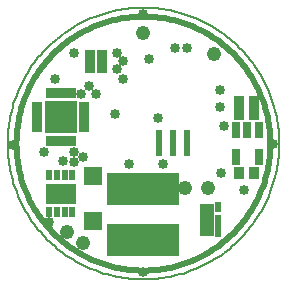
<source format=gbs>
G04 EAGLE Gerber RS-274X export*
G75*
%MOMM*%
%FSLAX35Y35*%
%LPD*%
%INsolder_mask_bottom*%
%IPPOS*%
%AMOC8*
5,1,8,0,0,1.08239X$1,22.5*%
G01*
%ADD10C,0.500000*%
%ADD11C,0.127000*%
%ADD12R,0.903200X1.103200*%
%ADD13R,1.603200X1.603200*%
%ADD14R,0.603200X2.203200*%
%ADD15R,2.703200X2.703200*%
%ADD16R,0.503200X0.953200*%
%ADD17R,0.953200X0.503200*%
%ADD18R,2.603200X1.703200*%
%ADD19R,0.553200X0.853200*%
%ADD20R,6.203200X2.703200*%
%ADD21C,1.219200*%
%ADD22R,0.803200X1.403200*%
%ADD23R,1.153200X2.703200*%
%ADD24R,0.503200X1.973200*%
%ADD25R,0.503200X0.853200*%
%ADD26R,0.853200X0.503200*%
%ADD27C,0.853200*%


D10*
X0Y-1075000D02*
X26177Y-1074681D01*
X52339Y-1073725D01*
X78470Y-1072132D01*
X104554Y-1069903D01*
X130576Y-1067040D01*
X156521Y-1063544D01*
X182373Y-1059417D01*
X208117Y-1054662D01*
X233737Y-1049282D01*
X259219Y-1043279D01*
X284547Y-1036657D01*
X309707Y-1029421D01*
X334682Y-1021574D01*
X359459Y-1013121D01*
X384023Y-1004067D01*
X408359Y-994418D01*
X432453Y-984179D01*
X456291Y-973357D01*
X479858Y-961957D01*
X503140Y-949987D01*
X526124Y-937453D01*
X548796Y-924363D01*
X571143Y-910726D01*
X593150Y-896548D01*
X614806Y-881838D01*
X636098Y-866605D01*
X657012Y-850859D01*
X677536Y-834608D01*
X697659Y-817861D01*
X717368Y-800630D01*
X736651Y-782924D01*
X755498Y-764754D01*
X773896Y-746130D01*
X791836Y-727063D01*
X809306Y-707566D01*
X826296Y-687648D01*
X842796Y-667323D01*
X858796Y-646603D01*
X874286Y-625498D01*
X889259Y-604023D01*
X903704Y-582190D01*
X917613Y-560011D01*
X930977Y-537500D01*
X943790Y-514670D01*
X956043Y-491535D01*
X967729Y-468109D01*
X978841Y-444405D01*
X989372Y-420438D01*
X999317Y-396221D01*
X1008669Y-371769D01*
X1017423Y-347096D01*
X1025573Y-322218D01*
X1033115Y-297149D01*
X1040045Y-271903D01*
X1046358Y-246497D01*
X1052050Y-220944D01*
X1057118Y-195260D01*
X1061559Y-169460D01*
X1065371Y-143559D01*
X1068551Y-117574D01*
X1071097Y-91519D01*
X1073008Y-65409D01*
X1074283Y-39261D01*
X1074920Y-13090D01*
X1074920Y13090D01*
X1074283Y39261D01*
X1073008Y65409D01*
X1071097Y91519D01*
X1068551Y117574D01*
X1065371Y143559D01*
X1061559Y169460D01*
X1057118Y195260D01*
X1052050Y220944D01*
X1046358Y246497D01*
X1040045Y271903D01*
X1033115Y297149D01*
X1025573Y322218D01*
X1017423Y347096D01*
X1008669Y371769D01*
X999317Y396221D01*
X989372Y420438D01*
X978841Y444405D01*
X967729Y468109D01*
X956043Y491535D01*
X943790Y514670D01*
X930977Y537500D01*
X917613Y560011D01*
X903704Y582190D01*
X889259Y604023D01*
X874286Y625498D01*
X858796Y646603D01*
X842796Y667323D01*
X826296Y687648D01*
X809306Y707566D01*
X791836Y727063D01*
X773896Y746130D01*
X755498Y764754D01*
X736651Y782924D01*
X717368Y800630D01*
X697659Y817861D01*
X677536Y834608D01*
X657012Y850859D01*
X636098Y866605D01*
X614806Y881838D01*
X593150Y896548D01*
X571143Y910726D01*
X548796Y924363D01*
X526124Y937453D01*
X503140Y949987D01*
X479858Y961957D01*
X456291Y973357D01*
X432453Y984179D01*
X408359Y994418D01*
X384023Y1004067D01*
X359459Y1013121D01*
X334682Y1021574D01*
X309707Y1029421D01*
X284547Y1036657D01*
X259219Y1043279D01*
X233737Y1049282D01*
X208117Y1054662D01*
X182373Y1059417D01*
X156521Y1063544D01*
X130576Y1067040D01*
X104554Y1069903D01*
X78470Y1072132D01*
X52339Y1073725D01*
X26177Y1074681D01*
X0Y1075000D01*
X-26177Y1074681D01*
X-52339Y1073725D01*
X-78470Y1072132D01*
X-104554Y1069903D01*
X-130576Y1067040D01*
X-156521Y1063544D01*
X-182373Y1059417D01*
X-208117Y1054662D01*
X-233737Y1049282D01*
X-259219Y1043279D01*
X-284547Y1036657D01*
X-309707Y1029421D01*
X-334682Y1021574D01*
X-359459Y1013121D01*
X-384023Y1004067D01*
X-408359Y994418D01*
X-432453Y984179D01*
X-456291Y973357D01*
X-479858Y961957D01*
X-503140Y949987D01*
X-526124Y937453D01*
X-548796Y924363D01*
X-571143Y910726D01*
X-593150Y896548D01*
X-614806Y881838D01*
X-636098Y866605D01*
X-657012Y850859D01*
X-677536Y834608D01*
X-697659Y817861D01*
X-717368Y800630D01*
X-736651Y782924D01*
X-755498Y764754D01*
X-773896Y746130D01*
X-791836Y727063D01*
X-809306Y707566D01*
X-826296Y687648D01*
X-842796Y667323D01*
X-858796Y646603D01*
X-874286Y625498D01*
X-889259Y604023D01*
X-903704Y582190D01*
X-917613Y560011D01*
X-930977Y537500D01*
X-943790Y514670D01*
X-956043Y491535D01*
X-967729Y468109D01*
X-978841Y444405D01*
X-989372Y420438D01*
X-999317Y396221D01*
X-1008669Y371769D01*
X-1017423Y347096D01*
X-1025573Y322218D01*
X-1033115Y297149D01*
X-1040045Y271903D01*
X-1046358Y246497D01*
X-1052050Y220944D01*
X-1057118Y195260D01*
X-1061559Y169460D01*
X-1065371Y143559D01*
X-1068551Y117574D01*
X-1071097Y91519D01*
X-1073008Y65409D01*
X-1074283Y39261D01*
X-1074920Y13090D01*
X-1074920Y-13090D01*
X-1074283Y-39261D01*
X-1073008Y-65409D01*
X-1071097Y-91519D01*
X-1068551Y-117574D01*
X-1065371Y-143559D01*
X-1061559Y-169460D01*
X-1057118Y-195260D01*
X-1052050Y-220944D01*
X-1046358Y-246497D01*
X-1040045Y-271903D01*
X-1033115Y-297149D01*
X-1025573Y-322218D01*
X-1017423Y-347096D01*
X-1008669Y-371769D01*
X-999317Y-396221D01*
X-989372Y-420438D01*
X-978841Y-444405D01*
X-967729Y-468109D01*
X-956043Y-491535D01*
X-943790Y-514670D01*
X-930977Y-537500D01*
X-917613Y-560011D01*
X-903704Y-582190D01*
X-889259Y-604023D01*
X-874286Y-625498D01*
X-858796Y-646603D01*
X-842796Y-667323D01*
X-826296Y-687648D01*
X-809306Y-707566D01*
X-791836Y-727063D01*
X-773896Y-746130D01*
X-755498Y-764754D01*
X-736651Y-782924D01*
X-717368Y-800630D01*
X-697659Y-817861D01*
X-677536Y-834608D01*
X-657012Y-850859D01*
X-636098Y-866605D01*
X-614806Y-881838D01*
X-593150Y-896548D01*
X-571143Y-910726D01*
X-548796Y-924363D01*
X-526124Y-937453D01*
X-503140Y-949987D01*
X-479858Y-961957D01*
X-456291Y-973357D01*
X-432453Y-984179D01*
X-408359Y-994418D01*
X-384023Y-1004067D01*
X-359459Y-1013121D01*
X-334682Y-1021574D01*
X-309707Y-1029421D01*
X-284547Y-1036657D01*
X-259219Y-1043279D01*
X-233737Y-1049282D01*
X-208117Y-1054662D01*
X-182373Y-1059417D01*
X-156521Y-1063544D01*
X-130576Y-1067040D01*
X-104554Y-1069903D01*
X-78470Y-1072132D01*
X-52339Y-1073725D01*
X-26177Y-1074681D01*
X0Y-1075000D01*
D11*
X-1150000Y0D02*
X-1149654Y28222D01*
X-1148615Y56428D01*
X-1146884Y84599D01*
X-1144462Y112720D01*
X-1141351Y140772D01*
X-1137553Y168740D01*
X-1133069Y196606D01*
X-1127903Y224354D01*
X-1122057Y251966D01*
X-1115536Y279427D01*
X-1108342Y306720D01*
X-1100481Y333827D01*
X-1091957Y360734D01*
X-1082776Y387423D01*
X-1072942Y413879D01*
X-1062461Y440086D01*
X-1051341Y466028D01*
X-1039588Y491688D01*
X-1027208Y517053D01*
X-1014209Y542106D01*
X-1000600Y566833D01*
X-986388Y591218D01*
X-971582Y615247D01*
X-956190Y638906D01*
X-940223Y662179D01*
X-923689Y685054D01*
X-906598Y707516D01*
X-888962Y729552D01*
X-870790Y751149D01*
X-852094Y772293D01*
X-832884Y792972D01*
X-813173Y813173D01*
X-792972Y832884D01*
X-772293Y852094D01*
X-751149Y870790D01*
X-729552Y888962D01*
X-707516Y906598D01*
X-685054Y923689D01*
X-662179Y940223D01*
X-638906Y956190D01*
X-615247Y971582D01*
X-591218Y986388D01*
X-566833Y1000600D01*
X-542106Y1014209D01*
X-517053Y1027208D01*
X-491688Y1039588D01*
X-466028Y1051341D01*
X-440086Y1062461D01*
X-413879Y1072942D01*
X-387423Y1082776D01*
X-360734Y1091957D01*
X-333827Y1100481D01*
X-306720Y1108342D01*
X-279427Y1115536D01*
X-251966Y1122057D01*
X-224354Y1127903D01*
X-196606Y1133069D01*
X-168740Y1137553D01*
X-140772Y1141351D01*
X-112720Y1144462D01*
X-84599Y1146884D01*
X-56428Y1148615D01*
X-28222Y1149654D01*
X0Y1150000D01*
X28222Y1149654D01*
X56428Y1148615D01*
X84599Y1146884D01*
X112720Y1144462D01*
X140772Y1141351D01*
X168740Y1137553D01*
X196606Y1133069D01*
X224354Y1127903D01*
X251966Y1122057D01*
X279427Y1115536D01*
X306720Y1108342D01*
X333827Y1100481D01*
X360734Y1091957D01*
X387423Y1082776D01*
X413879Y1072942D01*
X440086Y1062461D01*
X466028Y1051341D01*
X491688Y1039588D01*
X517053Y1027208D01*
X542106Y1014209D01*
X566833Y1000600D01*
X591218Y986388D01*
X615247Y971582D01*
X638906Y956190D01*
X662179Y940223D01*
X685054Y923689D01*
X707516Y906598D01*
X729552Y888962D01*
X751149Y870790D01*
X772293Y852094D01*
X792972Y832884D01*
X813173Y813173D01*
X832884Y792972D01*
X852094Y772293D01*
X870790Y751149D01*
X888962Y729552D01*
X906598Y707516D01*
X923689Y685054D01*
X940223Y662179D01*
X956190Y638906D01*
X971582Y615247D01*
X986388Y591218D01*
X1000600Y566833D01*
X1014209Y542106D01*
X1027208Y517053D01*
X1039588Y491688D01*
X1051341Y466028D01*
X1062461Y440086D01*
X1072942Y413879D01*
X1082776Y387423D01*
X1091957Y360734D01*
X1100481Y333827D01*
X1108342Y306720D01*
X1115536Y279427D01*
X1122057Y251966D01*
X1127903Y224354D01*
X1133069Y196606D01*
X1137553Y168740D01*
X1141351Y140772D01*
X1144462Y112720D01*
X1146884Y84599D01*
X1148615Y56428D01*
X1149654Y28222D01*
X1150000Y0D01*
X1149654Y-28222D01*
X1148615Y-56428D01*
X1146884Y-84599D01*
X1144462Y-112720D01*
X1141351Y-140772D01*
X1137553Y-168740D01*
X1133069Y-196606D01*
X1127903Y-224354D01*
X1122057Y-251966D01*
X1115536Y-279427D01*
X1108342Y-306720D01*
X1100481Y-333827D01*
X1091957Y-360734D01*
X1082776Y-387423D01*
X1072942Y-413879D01*
X1062461Y-440086D01*
X1051341Y-466028D01*
X1039588Y-491688D01*
X1027208Y-517053D01*
X1014209Y-542106D01*
X1000600Y-566833D01*
X986388Y-591218D01*
X971582Y-615247D01*
X956190Y-638906D01*
X940223Y-662179D01*
X923689Y-685054D01*
X906598Y-707516D01*
X888962Y-729552D01*
X870790Y-751149D01*
X852094Y-772293D01*
X832884Y-792972D01*
X813173Y-813173D01*
X792972Y-832884D01*
X772293Y-852094D01*
X751149Y-870790D01*
X729552Y-888962D01*
X707516Y-906598D01*
X685054Y-923689D01*
X662179Y-940223D01*
X638906Y-956190D01*
X615247Y-971582D01*
X591218Y-986388D01*
X566833Y-1000600D01*
X542106Y-1014209D01*
X517053Y-1027208D01*
X491688Y-1039588D01*
X466028Y-1051341D01*
X440086Y-1062461D01*
X413879Y-1072942D01*
X387423Y-1082776D01*
X360734Y-1091957D01*
X333827Y-1100481D01*
X306720Y-1108342D01*
X279427Y-1115536D01*
X251966Y-1122057D01*
X224354Y-1127903D01*
X196606Y-1133069D01*
X168740Y-1137553D01*
X140772Y-1141351D01*
X112720Y-1144462D01*
X84599Y-1146884D01*
X56428Y-1148615D01*
X28222Y-1149654D01*
X0Y-1150000D01*
X-28222Y-1149654D01*
X-56428Y-1148615D01*
X-84599Y-1146884D01*
X-112720Y-1144462D01*
X-140772Y-1141351D01*
X-168740Y-1137553D01*
X-196606Y-1133069D01*
X-224354Y-1127903D01*
X-251966Y-1122057D01*
X-279427Y-1115536D01*
X-306720Y-1108342D01*
X-333827Y-1100481D01*
X-360734Y-1091957D01*
X-387423Y-1082776D01*
X-413879Y-1072942D01*
X-440086Y-1062461D01*
X-466028Y-1051341D01*
X-491688Y-1039588D01*
X-517053Y-1027208D01*
X-542106Y-1014209D01*
X-566833Y-1000600D01*
X-591218Y-986388D01*
X-615247Y-971582D01*
X-638906Y-956190D01*
X-662179Y-940223D01*
X-685054Y-923689D01*
X-707516Y-906598D01*
X-729552Y-888962D01*
X-751149Y-870790D01*
X-772293Y-852094D01*
X-792972Y-832884D01*
X-813173Y-813173D01*
X-832884Y-792972D01*
X-852094Y-772293D01*
X-870790Y-751149D01*
X-888962Y-729552D01*
X-906598Y-707516D01*
X-923689Y-685054D01*
X-940223Y-662179D01*
X-956190Y-638906D01*
X-971582Y-615247D01*
X-986388Y-591218D01*
X-1000600Y-566833D01*
X-1014209Y-542106D01*
X-1027208Y-517053D01*
X-1039588Y-491688D01*
X-1051341Y-466028D01*
X-1062461Y-440086D01*
X-1072942Y-413879D01*
X-1082776Y-387423D01*
X-1091957Y-360734D01*
X-1100481Y-333827D01*
X-1108342Y-306720D01*
X-1115536Y-279427D01*
X-1122057Y-251966D01*
X-1127903Y-224354D01*
X-1133069Y-196606D01*
X-1137553Y-168740D01*
X-1141351Y-140772D01*
X-1144462Y-112720D01*
X-1146884Y-84599D01*
X-1148615Y-56428D01*
X-1149654Y-28222D01*
X-1150000Y0D01*
D12*
X810000Y350000D03*
X940000Y350000D03*
D13*
X-430000Y-275000D03*
X-430000Y-655000D03*
D14*
X370000Y5000D03*
X250000Y5000D03*
X130000Y5000D03*
D15*
X-700000Y225000D03*
D16*
X-800000Y25000D03*
X-750000Y25000D03*
X-700000Y25000D03*
X-650000Y25000D03*
X-600000Y25000D03*
X-600000Y425000D03*
X-650000Y425000D03*
X-700000Y425000D03*
X-750000Y425000D03*
X-800000Y425000D03*
D17*
X-500000Y325000D03*
X-500000Y275000D03*
X-500000Y225000D03*
X-500000Y175000D03*
X-500000Y125000D03*
X-900000Y125000D03*
X-900000Y175000D03*
X-900000Y225000D03*
X-900000Y275000D03*
X-900000Y325000D03*
D18*
X-700000Y-425000D03*
D19*
X-797500Y-270000D03*
X-732500Y-270000D03*
X-667500Y-270000D03*
X-602500Y-270000D03*
X-797500Y-580000D03*
X-732500Y-580000D03*
X-667500Y-580000D03*
X-602500Y-580000D03*
D20*
X0Y-817500D03*
X0Y-387500D03*
D21*
X0Y940000D03*
X-650000Y-750000D03*
X-510000Y-840000D03*
X595000Y760000D03*
X550000Y-375000D03*
X350000Y-375000D03*
D12*
X810000Y250000D03*
X940000Y250000D03*
X940000Y-250000D03*
X810000Y-250000D03*
D22*
X880000Y115000D03*
X785000Y115000D03*
X975000Y115000D03*
X975000Y-115000D03*
X785000Y-115000D03*
D23*
X542440Y-649595D03*
D24*
X635000Y-696280D03*
D25*
X634660Y-537390D03*
D26*
X-450000Y620000D03*
X-450000Y670000D03*
X-450000Y720000D03*
X-450000Y770000D03*
X-350000Y770000D03*
X-350000Y720000D03*
X-350000Y670000D03*
X-350000Y620000D03*
D27*
X45000Y715000D03*
X650000Y450000D03*
X0Y1100000D03*
X-1100000Y-10000D03*
X0Y-1090000D03*
X1100000Y0D03*
X170000Y-170000D03*
X-700000Y230000D03*
X-120000Y-170000D03*
X125000Y215000D03*
X270000Y810000D03*
X680000Y150000D03*
X-680000Y-150000D03*
X-590000Y770000D03*
X660000Y-250000D03*
X-590000Y-70000D03*
X-220000Y770000D03*
X-590000Y-160000D03*
X-840000Y-70000D03*
X850000Y-395000D03*
X-400000Y420000D03*
X-750000Y545000D03*
X370000Y810000D03*
X-797500Y-667500D03*
X-170000Y550000D03*
X650000Y310000D03*
X-220000Y630000D03*
X-170000Y700000D03*
X-460000Y490000D03*
X-240000Y250000D03*
X-530000Y420000D03*
X-510000Y-110000D03*
M02*

</source>
